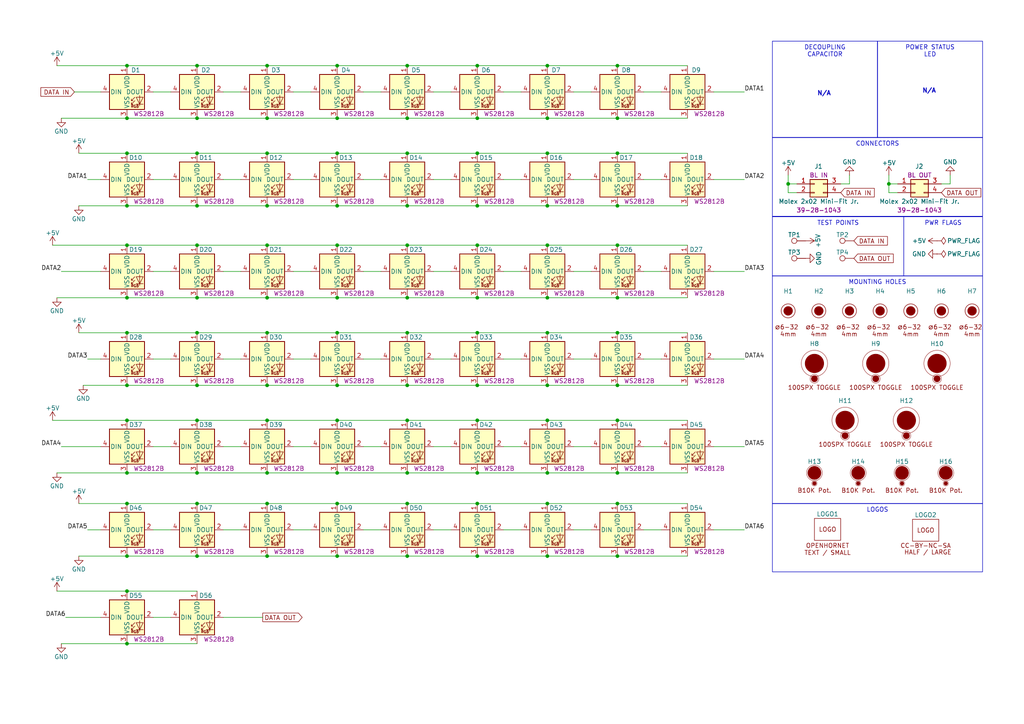
<source format=kicad_sch>
(kicad_sch (version 20230121) (generator eeschema)
  (paper "A4")
  (title_block (title "HUD PANEL") (date "2023-04-14") (rev "4") (company "WWW.OPENHORNET.COM") (comment 1 "CC-BY-NC-SA") (comment 2 "Backlighting - Type A"))
  (junction (at 158.75 86.36))
  (junction (at 77.47 146.05))
  (junction (at 158.75 121.92))
  (junction (at 138.43 86.36))
  (junction (at 179.07 44.45))
  (junction (at 158.75 34.29))
  (junction (at 138.43 121.92))
  (junction (at 179.07 137.16))
  (junction (at 138.43 71.12))
  (junction (at 36.83 161.29))
  (junction (at 138.43 34.29))
  (junction (at 118.11 96.52))
  (junction (at 179.07 59.69))
  (junction (at 118.11 111.76))
  (junction (at 57.15 44.45))
  (junction (at 118.11 44.45))
  (junction (at 36.83 19.05))
  (junction (at 77.47 161.29))
  (junction (at 179.07 19.05))
  (junction (at 36.83 111.76))
  (junction (at 118.11 59.69))
  (junction (at 158.75 44.45))
  (junction (at 57.15 121.92))
  (junction (at 57.15 71.12))
  (junction (at 118.11 34.29))
  (junction (at 158.75 161.29))
  (junction (at 36.83 121.92))
  (junction (at 118.11 86.36))
  (junction (at 97.79 111.76))
  (junction (at 158.75 137.16))
  (junction (at 36.83 96.52))
  (junction (at 118.11 19.05))
  (junction (at 36.83 59.69))
  (junction (at 158.75 19.05))
  (junction (at 97.79 86.36))
  (junction (at 158.75 96.52))
  (junction (at 77.47 71.12))
  (junction (at 77.47 96.52))
  (junction (at 179.07 111.76))
  (junction (at 36.83 171.45))
  (junction (at 77.47 34.29))
  (junction (at 97.79 161.29))
  (junction (at 57.15 96.52))
  (junction (at 138.43 96.52))
  (junction (at 57.15 146.05))
  (junction (at 77.47 111.76))
  (junction (at 57.15 111.76))
  (junction (at 118.11 161.29))
  (junction (at 97.79 71.12))
  (junction (at 138.43 146.05))
  (junction (at 97.79 59.69))
  (junction (at 77.47 137.16))
  (junction (at 36.83 86.36))
  (junction (at 77.47 86.36))
  (junction (at 118.11 137.16))
  (junction (at 138.43 19.05))
  (junction (at 57.15 59.69))
  (junction (at 179.07 71.12))
  (junction (at 77.47 121.92))
  (junction (at 118.11 71.12))
  (junction (at 138.43 137.16))
  (junction (at 57.15 137.16))
  (junction (at 118.11 146.05))
  (junction (at 97.79 121.92))
  (junction (at 36.83 137.16))
  (junction (at 36.83 71.12))
  (junction (at 138.43 44.45))
  (junction (at 57.15 34.29))
  (junction (at 179.07 121.92))
  (junction (at 158.75 146.05))
  (junction (at 77.47 59.69))
  (junction (at 228.6 53.34))
  (junction (at 158.75 71.12))
  (junction (at 179.07 86.36))
  (junction (at 158.75 111.76))
  (junction (at 97.79 146.05))
  (junction (at 57.15 161.29))
  (junction (at 118.11 121.92))
  (junction (at 257.81 53.34))
  (junction (at 77.47 44.45))
  (junction (at 179.07 96.52))
  (junction (at 36.83 186.69))
  (junction (at 36.83 44.45))
  (junction (at 36.83 146.05))
  (junction (at 138.43 111.76))
  (junction (at 138.43 161.29))
  (junction (at 179.07 34.29))
  (junction (at 97.79 34.29))
  (junction (at 97.79 44.45))
  (junction (at 57.15 19.05))
  (junction (at 138.43 59.69))
  (junction (at 179.07 161.29))
  (junction (at 97.79 96.52))
  (junction (at 57.15 86.36))
  (junction (at 97.79 137.16))
  (junction (at 179.07 146.05))
  (junction (at 97.79 19.05))
  (junction (at 77.47 19.05))
  (junction (at 158.75 59.69))
  (junction (at 36.83 34.29))
  (wire (pts (xy 158.75 86.36) (xy 179.07 86.36)))
  (wire (pts (xy 179.07 34.29) (xy 199.39 34.29)))
  (wire (pts (xy 97.79 44.45) (xy 118.11 44.45)))
  (wire (pts (xy 246.38 50.8) (xy 246.38 53.34)))
  (wire (pts (xy 44.45 52.07) (xy 49.53 52.07)))
  (wire (pts (xy 146.05 78.74) (xy 151.13 78.74)))
  (wire (pts (xy 77.47 86.36) (xy 97.79 86.36)))
  (wire (pts (xy 57.15 137.16) (xy 77.47 137.16)))
  (wire (pts (xy 22.86 161.29) (xy 36.83 161.29)))
  (wire (pts (xy 97.79 59.69) (xy 118.11 59.69)))
  (wire (pts (xy 158.75 137.16) (xy 179.07 137.16)))
  (wire (pts (xy 64.77 129.54) (xy 69.85 129.54)))
  (wire (pts (xy 207.01 104.14) (xy 215.9 104.14)))
  (wire (pts (xy 118.11 111.76) (xy 138.43 111.76)))
  (wire (pts (xy 16.51 86.36) (xy 36.83 86.36)))
  (wire (pts (xy 77.47 137.16) (xy 97.79 137.16)))
  (wire (pts (xy 158.75 146.05) (xy 179.07 146.05)))
  (wire (pts (xy 36.83 121.92) (xy 57.15 121.92)))
  (wire (pts (xy 118.11 96.52) (xy 138.43 96.52)))
  (wire (pts (xy 158.75 44.45) (xy 179.07 44.45)))
  (wire (pts (xy 118.11 86.36) (xy 138.43 86.36)))
  (wire (pts (xy 146.05 129.54) (xy 151.13 129.54)))
  (wire (pts (xy 44.45 78.74) (xy 49.53 78.74)))
  (wire (pts (xy 36.83 146.05) (xy 57.15 146.05)))
  (wire (pts (xy 186.69 153.67) (xy 191.77 153.67)))
  (wire (pts (xy 158.75 161.29) (xy 179.07 161.29)))
  (wire (pts (xy 179.07 86.36) (xy 199.39 86.36)))
  (wire (pts (xy 57.15 44.45) (xy 77.47 44.45)))
  (wire (pts (xy 158.75 96.52) (xy 179.07 96.52)))
  (wire (pts (xy 138.43 96.52) (xy 158.75 96.52)))
  (wire (pts (xy 36.83 59.69) (xy 57.15 59.69)))
  (wire (pts (xy 57.15 59.69) (xy 77.47 59.69)))
  (wire (pts (xy 158.75 111.76) (xy 179.07 111.76)))
  (wire (pts (xy 118.11 59.69) (xy 138.43 59.69)))
  (wire (pts (xy 44.45 153.67) (xy 49.53 153.67)))
  (wire (pts (xy 146.05 153.67) (xy 151.13 153.67)))
  (wire (pts (xy 19.05 179.07) (xy 29.21 179.07)))
  (wire (pts (xy 158.75 59.69) (xy 179.07 59.69)))
  (wire (pts (xy 77.47 111.76) (xy 97.79 111.76)))
  (wire (pts (xy 207.01 26.67) (xy 215.9 26.67)))
  (wire (pts (xy 15.24 121.92) (xy 36.83 121.92)))
  (wire (pts (xy 257.81 50.8) (xy 257.81 53.34)))
  (wire (pts (xy 57.15 121.92) (xy 77.47 121.92)))
  (wire (pts (xy 257.81 53.34) (xy 257.81 55.88)))
  (wire (pts (xy 138.43 34.29) (xy 158.75 34.29)))
  (wire (pts (xy 118.11 137.16) (xy 138.43 137.16)))
  (wire (pts (xy 166.37 104.14) (xy 171.45 104.14)))
  (wire (pts (xy 36.83 111.76) (xy 57.15 111.76)))
  (wire (pts (xy 138.43 111.76) (xy 158.75 111.76)))
  (wire (pts (xy 77.47 121.92) (xy 97.79 121.92)))
  (wire (pts (xy 97.79 111.76) (xy 118.11 111.76)))
  (wire (pts (xy 57.15 96.52) (xy 77.47 96.52)))
  (wire (pts (xy 166.37 78.74) (xy 171.45 78.74)))
  (wire (pts (xy 105.41 104.14) (xy 110.49 104.14)))
  (wire (pts (xy 179.07 161.29) (xy 199.39 161.29)))
  (wire (pts (xy 77.47 71.12) (xy 97.79 71.12)))
  (wire (pts (xy 36.83 71.12) (xy 57.15 71.12)))
  (wire (pts (xy 97.79 19.05) (xy 118.11 19.05)))
  (wire (pts (xy 186.69 52.07) (xy 191.77 52.07)))
  (wire (pts (xy 57.15 111.76) (xy 77.47 111.76)))
  (wire (pts (xy 85.09 26.67) (xy 90.17 26.67)))
  (wire (pts (xy 105.41 78.74) (xy 110.49 78.74)))
  (wire (pts (xy 77.47 146.05) (xy 97.79 146.05)))
  (wire (pts (xy 275.59 50.8) (xy 275.59 53.34)))
  (wire (pts (xy 97.79 71.12) (xy 118.11 71.12)))
  (wire (pts (xy 16.51 19.05) (xy 36.83 19.05)))
  (wire (pts (xy 228.6 50.8) (xy 228.6 53.34)))
  (wire (pts (xy 44.45 179.07) (xy 49.53 179.07)))
  (wire (pts (xy 25.4 52.07) (xy 29.21 52.07)))
  (wire (pts (xy 77.47 44.45) (xy 97.79 44.45)))
  (wire (pts (xy 257.81 53.34) (xy 260.35 53.34)))
  (wire (pts (xy 25.4 153.67) (xy 29.21 153.67)))
  (wire (pts (xy 97.79 137.16) (xy 118.11 137.16)))
  (wire (pts (xy 15.24 71.12) (xy 36.83 71.12)))
  (wire (pts (xy 138.43 137.16) (xy 158.75 137.16)))
  (wire (pts (xy 25.4 104.14) (xy 29.21 104.14)))
  (wire (pts (xy 105.41 52.07) (xy 110.49 52.07)))
  (wire (pts (xy 97.79 121.92) (xy 118.11 121.92)))
  (wire (pts (xy 85.09 129.54) (xy 90.17 129.54)))
  (wire (pts (xy 16.51 171.45) (xy 36.83 171.45)))
  (wire (pts (xy 36.83 186.69) (xy 57.15 186.69)))
  (wire (pts (xy 146.05 52.07) (xy 151.13 52.07)))
  (wire (pts (xy 138.43 161.29) (xy 158.75 161.29)))
  (wire (pts (xy 105.41 129.54) (xy 110.49 129.54)))
  (wire (pts (xy 77.47 96.52) (xy 97.79 96.52)))
  (wire (pts (xy 125.73 26.67) (xy 130.81 26.67)))
  (wire (pts (xy 125.73 129.54) (xy 130.81 129.54)))
  (wire (pts (xy 85.09 153.67) (xy 90.17 153.67)))
  (wire (pts (xy 118.11 71.12) (xy 138.43 71.12)))
  (wire (pts (xy 16.51 137.16) (xy 36.83 137.16)))
  (wire (pts (xy 44.45 104.14) (xy 49.53 104.14)))
  (wire (pts (xy 22.86 146.05) (xy 36.83 146.05)))
  (wire (pts (xy 243.84 53.34) (xy 246.38 53.34)))
  (wire (pts (xy 158.75 71.12) (xy 179.07 71.12)))
  (wire (pts (xy 125.73 78.74) (xy 130.81 78.74)))
  (wire (pts (xy 125.73 52.07) (xy 130.81 52.07)))
  (wire (pts (xy 125.73 104.14) (xy 130.81 104.14)))
  (wire (pts (xy 228.6 53.34) (xy 231.14 53.34)))
  (wire (pts (xy 179.07 19.05) (xy 199.39 19.05)))
  (wire (pts (xy 105.41 26.67) (xy 110.49 26.67)))
  (wire (pts (xy 228.6 53.34) (xy 228.6 55.88)))
  (wire (pts (xy 97.79 161.29) (xy 118.11 161.29)))
  (wire (pts (xy 166.37 129.54) (xy 171.45 129.54)))
  (wire (pts (xy 57.15 34.29) (xy 77.47 34.29)))
  (wire (pts (xy 97.79 96.52) (xy 118.11 96.52)))
  (wire (pts (xy 207.01 78.74) (xy 215.9 78.74)))
  (wire (pts (xy 146.05 104.14) (xy 151.13 104.14)))
  (wire (pts (xy 24.13 111.76) (xy 36.83 111.76)))
  (wire (pts (xy 36.83 86.36) (xy 57.15 86.36)))
  (wire (pts (xy 275.59 53.34) (xy 273.05 53.34)))
  (wire (pts (xy 138.43 59.69) (xy 158.75 59.69)))
  (wire (pts (xy 57.15 19.05) (xy 77.47 19.05)))
  (wire (pts (xy 44.45 129.54) (xy 49.53 129.54)))
  (wire (pts (xy 97.79 34.29) (xy 118.11 34.29)))
  (wire (pts (xy 158.75 19.05) (xy 179.07 19.05)))
  (wire (pts (xy 64.77 104.14) (xy 69.85 104.14)))
  (wire (pts (xy 138.43 19.05) (xy 158.75 19.05)))
  (wire (pts (xy 260.35 55.88) (xy 257.81 55.88)))
  (wire (pts (xy 36.83 44.45) (xy 57.15 44.45)))
  (wire (pts (xy 231.14 55.88) (xy 228.6 55.88)))
  (wire (pts (xy 36.83 171.45) (xy 57.15 171.45)))
  (wire (pts (xy 64.77 26.67) (xy 69.85 26.67)))
  (wire (pts (xy 186.69 26.67) (xy 191.77 26.67)))
  (wire (pts (xy 207.01 153.67) (xy 215.9 153.67)))
  (wire (pts (xy 36.83 19.05) (xy 57.15 19.05)))
  (wire (pts (xy 118.11 34.29) (xy 138.43 34.29)))
  (wire (pts (xy 85.09 104.14) (xy 90.17 104.14)))
  (wire (pts (xy 97.79 146.05) (xy 118.11 146.05)))
  (wire (pts (xy 17.78 186.69) (xy 36.83 186.69)))
  (wire (pts (xy 158.75 121.92) (xy 179.07 121.92)))
  (wire (pts (xy 64.77 179.07) (xy 76.2 179.07)))
  (wire (pts (xy 166.37 153.67) (xy 171.45 153.67)))
  (wire (pts (xy 97.79 86.36) (xy 118.11 86.36)))
  (wire (pts (xy 138.43 71.12) (xy 158.75 71.12)))
  (wire (pts (xy 125.73 153.67) (xy 130.81 153.67)))
  (wire (pts (xy 118.11 121.92) (xy 138.43 121.92)))
  (wire (pts (xy 179.07 96.52) (xy 199.39 96.52)))
  (wire (pts (xy 138.43 86.36) (xy 158.75 86.36)))
  (wire (pts (xy 36.83 161.29) (xy 57.15 161.29)))
  (wire (pts (xy 57.15 71.12) (xy 77.47 71.12)))
  (wire (pts (xy 118.11 146.05) (xy 138.43 146.05)))
  (wire (pts (xy 85.09 52.07) (xy 90.17 52.07)))
  (wire (pts (xy 146.05 26.67) (xy 151.13 26.67)))
  (wire (pts (xy 21.59 26.67) (xy 29.21 26.67)))
  (wire (pts (xy 77.47 161.29) (xy 97.79 161.29)))
  (wire (pts (xy 17.78 78.74) (xy 29.21 78.74)))
  (wire (pts (xy 22.86 44.45) (xy 36.83 44.45)))
  (wire (pts (xy 118.11 19.05) (xy 138.43 19.05)))
  (wire (pts (xy 64.77 153.67) (xy 69.85 153.67)))
  (wire (pts (xy 138.43 121.92) (xy 158.75 121.92)))
  (wire (pts (xy 57.15 86.36) (xy 77.47 86.36)))
  (wire (pts (xy 138.43 44.45) (xy 158.75 44.45)))
  (wire (pts (xy 118.11 161.29) (xy 138.43 161.29)))
  (wire (pts (xy 179.07 137.16) (xy 199.39 137.16)))
  (wire (pts (xy 36.83 96.52) (xy 57.15 96.52)))
  (wire (pts (xy 22.86 59.69) (xy 36.83 59.69)))
  (wire (pts (xy 57.15 161.29) (xy 77.47 161.29)))
  (wire (pts (xy 118.11 44.45) (xy 138.43 44.45)))
  (wire (pts (xy 207.01 129.54) (xy 215.9 129.54)))
  (wire (pts (xy 64.77 52.07) (xy 69.85 52.07)))
  (wire (pts (xy 179.07 146.05) (xy 199.39 146.05)))
  (wire (pts (xy 186.69 129.54) (xy 191.77 129.54)))
  (wire (pts (xy 179.07 44.45) (xy 199.39 44.45)))
  (wire (pts (xy 77.47 59.69) (xy 97.79 59.69)))
  (wire (pts (xy 179.07 121.92) (xy 199.39 121.92)))
  (wire (pts (xy 207.01 52.07) (xy 215.9 52.07)))
  (wire (pts (xy 105.41 153.67) (xy 110.49 153.67)))
  (wire (pts (xy 186.69 78.74) (xy 191.77 78.74)))
  (wire (pts (xy 158.75 34.29) (xy 179.07 34.29)))
  (wire (pts (xy 36.83 137.16) (xy 57.15 137.16)))
  (wire (pts (xy 179.07 111.76) (xy 199.39 111.76)))
  (wire (pts (xy 64.77 78.74) (xy 69.85 78.74)))
  (wire (pts (xy 57.15 146.05) (xy 77.47 146.05)))
  (wire (pts (xy 77.47 34.29) (xy 97.79 34.29)))
  (wire (pts (xy 17.78 129.54) (xy 29.21 129.54)))
  (wire (pts (xy 166.37 52.07) (xy 171.45 52.07)))
  (wire (pts (xy 166.37 26.67) (xy 171.45 26.67)))
  (wire (pts (xy 179.07 71.12) (xy 199.39 71.12)))
  (wire (pts (xy 186.69 104.14) (xy 191.77 104.14)))
  (wire (pts (xy 36.83 34.29) (xy 57.15 34.29)))
  (wire (pts (xy 138.43 146.05) (xy 158.75 146.05)))
  (wire (pts (xy 22.86 96.52) (xy 36.83 96.52)))
  (wire (pts (xy 44.45 26.67) (xy 49.53 26.67)))
  (wire (pts (xy 85.09 78.74) (xy 90.17 78.74)))
  (wire (pts (xy 77.47 19.05) (xy 97.79 19.05)))
  (wire (pts (xy 179.07 59.69) (xy 199.39 59.69)))
  (wire (pts (xy 17.78 34.29) (xy 36.83 34.29)))
  (text_box "PWR FLAGS" (at 262.128 62.865 0) (size 22.86 17.145) (effects (font (size 1.27 1.27)) (justify top)))
  (text_box "TEST POINTS" (at 224.028 62.865 0) (size 38.1 17.145) (effects (font (size 1.27 1.27)) (justify top)))
  (text_box "LOGOS" (at 224.028 146.05 0) (size 60.96 19.812) (effects (font (size 1.27 1.27)) (justify top)))
  (text_box "CONNECTORS" (at 224.028 39.878 0) (size 60.96 22.86) (effects (font (size 1.27 1.27)) (justify top)))
  (text_box "MOUNTING HOLES" (at 224.028 80.01 0) (size 60.96 66.04) (effects (font (size 1.27 1.27)) (justify top)))
  (text_box "DECOUPLING\nCAPACITOR" (at 224.028 11.938 0) (size 30.48 27.94) (effects (font (size 1.27 1.27)) (justify top)))
  (text_box "POWER STATUS\nLED" (at 254.508 11.938 0) (size 30.48 27.94) (effects (font (size 1.27 1.27)) (justify top)))
  (text "N/A" (at 236.982 27.94 0) (effects (font (size 1.27 1.27) (thickness 0.254) bold) (justify left bottom)))
  (text "N/A" (at 267.462 27.178 0) (effects (font (size 1.27 1.27) (thickness 0.254) bold) (justify left bottom)))
  (label "DATA6" (at 215.9 153.67 0))
  (label "DATA4" (at 215.9 104.14 0))
  (label "DATA1" (at 25.4 52.07 180))
  (label "DATA4" (at 17.78 129.54 180))
  (label "DATA5" (at 25.4 153.67 180))
  (label "DATA5" (at 215.9 129.54 0))
  (label "DATA3" (at 215.9 78.74 0))
  (label "DATA3" (at 25.4 104.14 180))
  (label "DATA2" (at 17.78 78.74 180))
  (label "DATA6" (at 19.05 179.07 180))
  (label "DATA1" (at 215.9 26.67 0))
  (label "DATA2" (at 215.9 52.07 0))
  (global_label "DATA IN" (shape input) (at 21.59 26.67 180) (property "Intersheetrefs" "${INTERSHEET_REFS}" (effects hide)))
  (global_label "DATA OUT" (shape input) (at 273.05 55.88 0) (property "Intersheetrefs" "${INTERSHEET_REFS}" (effects hide)))
  (global_label "DATA IN" (shape input) (at 247.65 69.85 0) (property "Intersheetrefs" "${INTERSHEET_REFS}" (effects hide)))
  (global_label "DATA OUT" (shape input) (at 247.65 74.93 0) (property "Intersheetrefs" "${INTERSHEET_REFS}" (effects hide)))
  (global_label "DATA IN" (shape input) (at 243.84 55.88 0) (property "Intersheetrefs" "${INTERSHEET_REFS}" (effects hide)))
  (global_label "DATA OUT" (shape output) (at 76.2 179.07 0) (property "Intersheetrefs" "${INTERSHEET_REFS}" (effects hide)))
  (symbol (lib_id "OH_Symbols:WS2812B") (at 36.83 26.67 0) (unit 1)
    (property "Reference" "D1" (at 39.37 20.32 0))
    (property "Value" "RGB" (effects hide))
    (property "Footprint" "OH_Footprints:LED_WS2812B_PLCC4_5.0x5.0mm_P3.2mm" (effects hide))
    (property "Datasheet" "https://datasheet.lcsc.com/lcsc/2006151006_Worldsemi-WS2812B-B-W_C114586.pdf" (effects hide))
    (property "LCSC" "C2761795" (effects hide))
    (property "Manufacturer PN" "WS2812B" (at 43.18 33.02 0))
  )
  (symbol (lib_id "OH_Symbols:WS2812B") (at 57.15 26.67 0) (unit 1)
    (property "Reference" "D2" (at 59.69 20.32 0))
    (property "Value" "RGB" (effects hide))
    (property "Footprint" "OH_Footprints:LED_WS2812B_PLCC4_5.0x5.0mm_P3.2mm" (effects hide))
    (property "Datasheet" "https://datasheet.lcsc.com/lcsc/2006151006_Worldsemi-WS2812B-B-W_C114586.pdf" (effects hide))
    (property "LCSC" "C2761795" (effects hide))
    (property "Manufacturer PN" "WS2812B" (at 63.5 33.02 0))
  )
  (symbol (lib_id "OH_Symbols:WS2812B") (at 77.47 26.67 0) (unit 1)
    (property "Reference" "D3" (at 80.01 20.32 0))
    (property "Value" "RGB" (effects hide))
    (property "Footprint" "OH_Footprints:LED_WS2812B_PLCC4_5.0x5.0mm_P3.2mm" (effects hide))
    (property "Datasheet" "https://datasheet.lcsc.com/lcsc/2006151006_Worldsemi-WS2812B-B-W_C114586.pdf" (effects hide))
    (property "LCSC" "C2761795" (effects hide))
    (property "Manufacturer PN" "WS2812B" (at 83.82 33.02 0))
  )
  (symbol (lib_id "OH_Symbols:WS2812B") (at 97.79 26.67 0) (unit 1)
    (property "Reference" "D4" (at 100.33 20.32 0))
    (property "Value" "RGB" (effects hide))
    (property "Footprint" "OH_Footprints:LED_WS2812B_PLCC4_5.0x5.0mm_P3.2mm" (effects hide))
    (property "Datasheet" "https://datasheet.lcsc.com/lcsc/2006151006_Worldsemi-WS2812B-B-W_C114586.pdf" (effects hide))
    (property "LCSC" "C2761795" (effects hide))
    (property "Manufacturer PN" "WS2812B" (at 104.14 33.02 0))
  )
  (symbol (lib_id "OH_Symbols:WS2812B") (at 118.11 26.67 0) (unit 1)
    (property "Reference" "D5" (at 120.65 20.32 0))
    (property "Value" "RGB" (effects hide))
    (property "Footprint" "OH_Footprints:LED_WS2812B_PLCC4_5.0x5.0mm_P3.2mm" (effects hide))
    (property "Datasheet" "https://datasheet.lcsc.com/lcsc/2006151006_Worldsemi-WS2812B-B-W_C114586.pdf" (effects hide))
    (property "LCSC" "C2761795" (effects hide))
    (property "Manufacturer PN" "WS2812B" (at 124.46 33.02 0))
  )
  (symbol (lib_id "OH_Symbols:WS2812B") (at 138.43 26.67 0) (unit 1)
    (property "Reference" "D6" (at 140.97 20.32 0))
    (property "Value" "RGB" (effects hide))
    (property "Footprint" "OH_Footprints:LED_WS2812B_PLCC4_5.0x5.0mm_P3.2mm" (effects hide))
    (property "Datasheet" "https://datasheet.lcsc.com/lcsc/2006151006_Worldsemi-WS2812B-B-W_C114586.pdf" (effects hide))
    (property "LCSC" "C2761795" (effects hide))
    (property "Manufacturer PN" "WS2812B" (at 144.78 33.02 0))
  )
  (symbol (lib_id "OH_Symbols:WS2812B") (at 158.75 26.67 0) (unit 1)
    (property "Reference" "D7" (at 161.29 20.32 0))
    (property "Value" "RGB" (effects hide))
    (property "Footprint" "OH_Footprints:LED_WS2812B_PLCC4_5.0x5.0mm_P3.2mm" (effects hide))
    (property "Datasheet" "https://datasheet.lcsc.com/lcsc/2006151006_Worldsemi-WS2812B-B-W_C114586.pdf" (effects hide))
    (property "LCSC" "C2761795" (effects hide))
    (property "Manufacturer PN" "WS2812B" (at 165.1 33.02 0))
  )
  (symbol (lib_id "OH_Symbols:WS2812B") (at 179.07 26.67 0) (unit 1)
    (property "Reference" "D8" (at 181.61 20.32 0))
    (property "Value" "RGB" (effects hide))
    (property "Footprint" "OH_Footprints:LED_WS2812B_PLCC4_5.0x5.0mm_P3.2mm" (effects hide))
    (property "Datasheet" "https://datasheet.lcsc.com/lcsc/2006151006_Worldsemi-WS2812B-B-W_C114586.pdf" (effects hide))
    (property "LCSC" "C2761795" (effects hide))
    (property "Manufacturer PN" "WS2812B" (at 185.42 33.02 0))
  )
  (symbol (lib_id "OH_Symbols:WS2812B") (at 199.39 26.67 0) (unit 1)
    (property "Reference" "D9" (at 201.93 20.32 0))
    (property "Value" "RGB" (effects hide))
    (property "Footprint" "OH_Footprints:LED_WS2812B_PLCC4_5.0x5.0mm_P3.2mm" (effects hide))
    (property "Datasheet" "https://datasheet.lcsc.com/lcsc/2006151006_Worldsemi-WS2812B-B-W_C114586.pdf" (effects hide))
    (property "LCSC" "C2761795" (effects hide))
    (property "Manufacturer PN" "WS2812B" (at 205.74 33.02 0))
  )
  (symbol (lib_id "OH_Symbols:WS2812B") (at 36.83 52.07 0) (unit 1)
    (property "Reference" "D10" (at 39.37 45.72 0))
    (property "Value" "RGB" (effects hide))
    (property "Footprint" "OH_Footprints:LED_WS2812B_PLCC4_5.0x5.0mm_P3.2mm" (effects hide))
    (property "Datasheet" "https://datasheet.lcsc.com/lcsc/2006151006_Worldsemi-WS2812B-B-W_C114586.pdf" (effects hide))
    (property "LCSC" "C2761795" (effects hide))
    (property "Manufacturer PN" "WS2812B" (at 43.18 58.42 0))
  )
  (symbol (lib_id "OH_Symbols:WS2812B") (at 57.15 52.07 0) (unit 1)
    (property "Reference" "D11" (at 59.69 45.72 0))
    (property "Value" "RGB" (effects hide))
    (property "Footprint" "OH_Footprints:LED_WS2812B_PLCC4_5.0x5.0mm_P3.2mm" (effects hide))
    (property "Datasheet" "https://datasheet.lcsc.com/lcsc/2006151006_Worldsemi-WS2812B-B-W_C114586.pdf" (effects hide))
    (property "LCSC" "C2761795" (effects hide))
    (property "Manufacturer PN" "WS2812B" (at 63.5 58.42 0))
  )
  (symbol (lib_id "OH_Symbols:WS2812B") (at 77.47 52.07 0) (unit 1)
    (property "Reference" "D12" (at 80.01 45.72 0))
    (property "Value" "RGB" (effects hide))
    (property "Footprint" "OH_Footprints:LED_WS2812B_PLCC4_5.0x5.0mm_P3.2mm" (effects hide))
    (property "Datasheet" "https://datasheet.lcsc.com/lcsc/2006151006_Worldsemi-WS2812B-B-W_C114586.pdf" (effects hide))
    (property "LCSC" "C2761795" (effects hide))
    (property "Manufacturer PN" "WS2812B" (at 83.82 58.42 0))
  )
  (symbol (lib_id "OH_Symbols:WS2812B") (at 97.79 52.07 0) (unit 1)
    (property "Reference" "D13" (at 100.33 45.72 0))
    (property "Value" "RGB" (effects hide))
    (property "Footprint" "OH_Footprints:LED_WS2812B_PLCC4_5.0x5.0mm_P3.2mm" (effects hide))
    (property "Datasheet" "https://datasheet.lcsc.com/lcsc/2006151006_Worldsemi-WS2812B-B-W_C114586.pdf" (effects hide))
    (property "LCSC" "C2761795" (effects hide))
    (property "Manufacturer PN" "WS2812B" (at 104.14 58.42 0))
  )
  (symbol (lib_id "OH_Symbols:WS2812B") (at 118.11 52.07 0) (unit 1)
    (property "Reference" "D14" (at 120.65 45.72 0))
    (property "Value" "RGB" (effects hide))
    (property "Footprint" "OH_Footprints:LED_WS2812B_PLCC4_5.0x5.0mm_P3.2mm" (effects hide))
    (property "Datasheet" "https://datasheet.lcsc.com/lcsc/2006151006_Worldsemi-WS2812B-B-W_C114586.pdf" (effects hide))
    (property "LCSC" "C2761795" (effects hide))
    (property "Manufacturer PN" "WS2812B" (at 124.46 58.42 0))
  )
  (symbol (lib_id "OH_Symbols:WS2812B") (at 138.43 52.07 0) (unit 1)
    (property "Reference" "D15" (at 140.97 45.72 0))
    (property "Value" "RGB" (effects hide))
    (property "Footprint" "OH_Footprints:LED_WS2812B_PLCC4_5.0x5.0mm_P3.2mm" (effects hide))
    (property "Datasheet" "https://datasheet.lcsc.com/lcsc/2006151006_Worldsemi-WS2812B-B-W_C114586.pdf" (effects hide))
    (property "LCSC" "C2761795" (effects hide))
    (property "Manufacturer PN" "WS2812B" (at 144.78 58.42 0))
  )
  (symbol (lib_id "OH_Symbols:WS2812B") (at 158.75 52.07 0) (unit 1)
    (property "Reference" "D16" (at 161.29 45.72 0))
    (property "Value" "RGB" (effects hide))
    (property "Footprint" "OH_Footprints:LED_WS2812B_PLCC4_5.0x5.0mm_P3.2mm" (effects hide))
    (property "Datasheet" "https://datasheet.lcsc.com/lcsc/2006151006_Worldsemi-WS2812B-B-W_C114586.pdf" (effects hide))
    (property "LCSC" "C2761795" (effects hide))
    (property "Manufacturer PN" "WS2812B" (at 165.1 58.42 0))
  )
  (symbol (lib_id "OH_Symbols:WS2812B") (at 179.07 52.07 0) (unit 1)
    (property "Reference" "D17" (at 181.61 45.72 0))
    (property "Value" "RGB" (effects hide))
    (property "Footprint" "OH_Footprints:LED_WS2812B_PLCC4_5.0x5.0mm_P3.2mm" (effects hide))
    (property "Datasheet" "https://datasheet.lcsc.com/lcsc/2006151006_Worldsemi-WS2812B-B-W_C114586.pdf" (effects hide))
    (property "LCSC" "C2761795" (effects hide))
    (property "Manufacturer PN" "WS2812B" (at 185.42 58.42 0))
  )
  (symbol (lib_id "OH_Symbols:WS2812B") (at 199.39 52.07 0) (unit 1)
    (property "Reference" "D18" (at 201.93 45.72 0))
    (property "Value" "RGB" (effects hide))
    (property "Footprint" "OH_Footprints:LED_WS2812B_PLCC4_5.0x5.0mm_P3.2mm" (effects hide))
    (property "Datasheet" "https://datasheet.lcsc.com/lcsc/2006151006_Worldsemi-WS2812B-B-W_C114586.pdf" (effects hide))
    (property "LCSC" "C2761795" (effects hide))
    (property "Manufacturer PN" "WS2812B" (at 205.74 58.42 0))
  )
  (symbol (lib_id "OH_Symbols:WS2812B") (at 36.83 78.74 0) (unit 1)
    (property "Reference" "D19" (at 39.37 72.39 0))
    (property "Value" "RGB" (effects hide))
    (property "Footprint" "OH_Footprints:LED_WS2812B_PLCC4_5.0x5.0mm_P3.2mm" (effects hide))
    (property "Datasheet" "https://datasheet.lcsc.com/lcsc/2006151006_Worldsemi-WS2812B-B-W_C114586.pdf" (effects hide))
    (property "LCSC" "C2761795" (effects hide))
    (property "Manufacturer PN" "WS2812B" (at 43.18 85.09 0))
  )
  (symbol (lib_id "OH_Symbols:WS2812B") (at 57.15 78.74 0) (unit 1)
    (property "Reference" "D20" (at 59.69 72.39 0))
    (property "Value" "RGB" (effects hide))
    (property "Footprint" "OH_Footprints:LED_WS2812B_PLCC4_5.0x5.0mm_P3.2mm" (effects hide))
    (property "Datasheet" "https://datasheet.lcsc.com/lcsc/2006151006_Worldsemi-WS2812B-B-W_C114586.pdf" (effects hide))
    (property "LCSC" "C2761795" (effects hide))
    (property "Manufacturer PN" "WS2812B" (at 63.5 85.09 0))
  )
  (symbol (lib_id "OH_Symbols:WS2812B") (at 77.47 78.74 0) (unit 1)
    (property "Reference" "D21" (at 80.01 72.39 0))
    (property "Value" "RGB" (effects hide))
    (property "Footprint" "OH_Footprints:LED_WS2812B_PLCC4_5.0x5.0mm_P3.2mm" (effects hide))
    (property "Datasheet" "https://datasheet.lcsc.com/lcsc/2006151006_Worldsemi-WS2812B-B-W_C114586.pdf" (effects hide))
    (property "LCSC" "C2761795" (effects hide))
    (property "Manufacturer PN" "WS2812B" (at 83.82 85.09 0))
  )
  (symbol (lib_id "OH_Symbols:WS2812B") (at 97.79 78.74 0) (unit 1)
    (property "Reference" "D22" (at 100.33 72.39 0))
    (property "Value" "RGB" (effects hide))
    (property "Footprint" "OH_Footprints:LED_WS2812B_PLCC4_5.0x5.0mm_P3.2mm" (effects hide))
    (property "Datasheet" "https://datasheet.lcsc.com/lcsc/2006151006_Worldsemi-WS2812B-B-W_C114586.pdf" (effects hide))
    (property "LCSC" "C2761795" (effects hide))
    (property "Manufacturer PN" "WS2812B" (at 104.14 85.09 0))
  )
  (symbol (lib_id "OH_Symbols:WS2812B") (at 138.43 78.74 0) (unit 1)
    (property "Reference" "D24" (at 140.97 72.39 0))
    (property "Value" "RGB" (effects hide))
    (property "Footprint" "OH_Footprints:LED_WS2812B_PLCC4_5.0x5.0mm_P3.2mm" (effects hide))
    (property "Datasheet" "https://datasheet.lcsc.com/lcsc/2006151006_Worldsemi-WS2812B-B-W_C114586.pdf" (effects hide))
    (property "LCSC" "C2761795" (effects hide))
    (property "Manufacturer PN" "WS2812B" (at 144.78 85.09 0))
  )
  (symbol (lib_id "OH_Symbols:WS2812B") (at 158.75 78.74 0) (unit 1)
    (property "Reference" "D25" (at 161.29 72.39 0))
    (property "Value" "RGB" (effects hide))
    (property "Footprint" "OH_Footprints:LED_WS2812B_PLCC4_5.0x5.0mm_P3.2mm" (effects hide))
    (property "Datasheet" "https://datasheet.lcsc.com/lcsc/2006151006_Worldsemi-WS2812B-B-W_C114586.pdf" (effects hide))
    (property "LCSC" "C2761795" (effects hide))
    (property "Manufacturer PN" "WS2812B" (at 165.1 85.09 0))
  )
  (symbol (lib_id "OH_Symbols:WS2812B") (at 179.07 78.74 0) (unit 1)
    (property "Reference" "D26" (at 181.61 72.39 0))
    (property "Value" "RGB" (effects hide))
    (property "Footprint" "OH_Footprints:LED_WS2812B_PLCC4_5.0x5.0mm_P3.2mm" (effects hide))
    (property "Datasheet" "https://datasheet.lcsc.com/lcsc/2006151006_Worldsemi-WS2812B-B-W_C114586.pdf" (effects hide))
    (property "LCSC" "C2761795" (effects hide))
    (property "Manufacturer PN" "WS2812B" (at 185.42 85.09 0))
  )
  (symbol (lib_id "OH_Symbols:WS2812B") (at 199.39 78.74 0) (unit 1)
    (property "Reference" "D27" (at 201.93 72.39 0))
    (property "Value" "RGB" (effects hide))
    (property "Footprint" "OH_Footprints:LED_WS2812B_PLCC4_5.0x5.0mm_P3.2mm" (effects hide))
    (property "Datasheet" "https://datasheet.lcsc.com/lcsc/2006151006_Worldsemi-WS2812B-B-W_C114586.pdf" (effects hide))
    (property "LCSC" "C2761795" (effects hide))
    (property "Manufacturer PN" "WS2812B" (at 205.74 85.09 0))
  )
  (symbol (lib_id "OH_Symbols:WS2812B") (at 36.83 104.14 0) (unit 1)
    (property "Reference" "D28" (at 39.37 97.79 0))
    (property "Value" "RGB" (effects hide))
    (property "Footprint" "OH_Footprints:LED_WS2812B_PLCC4_5.0x5.0mm_P3.2mm" (effects hide))
    (property "Datasheet" "https://datasheet.lcsc.com/lcsc/2006151006_Worldsemi-WS2812B-B-W_C114586.pdf" (effects hide))
    (property "LCSC" "C2761795" (effects hide))
    (property "Manufacturer PN" "WS2812B" (at 43.18 110.49 0))
  )
  (symbol (lib_id "OH_Symbols:WS2812B") (at 118.11 78.74 0) (unit 1)
    (property "Reference" "D23" (at 120.65 72.39 0))
    (property "Value" "RGB" (effects hide))
    (property "Footprint" "OH_Footprints:LED_WS2812B_PLCC4_5.0x5.0mm_P3.2mm" (effects hide))
    (property "Datasheet" "https://datasheet.lcsc.com/lcsc/2006151006_Worldsemi-WS2812B-B-W_C114586.pdf" (effects hide))
    (property "LCSC" "C2761795" (effects hide))
    (property "Manufacturer PN" "WS2812B" (at 124.46 85.09 0))
  )
  (symbol (lib_id "OH_Symbols:WS2812B") (at 57.15 104.14 0) (unit 1)
    (property "Reference" "D29" (at 59.69 97.79 0))
    (property "Value" "RGB" (effects hide))
    (property "Footprint" "OH_Footprints:LED_WS2812B_PLCC4_5.0x5.0mm_P3.2mm" (effects hide))
    (property "Datasheet" "https://datasheet.lcsc.com/lcsc/2006151006_Worldsemi-WS2812B-B-W_C114586.pdf" (effects hide))
    (property "LCSC" "C2761795" (effects hide))
    (property "Manufacturer PN" "WS2812B" (at 63.5 110.49 0))
  )
  (symbol (lib_id "OH_Symbols:WS2812B") (at 77.47 104.14 0) (unit 1)
    (property "Reference" "D30" (at 80.01 97.79 0))
    (property "Value" "RGB" (effects hide))
    (property "Footprint" "OH_Footprints:LED_WS2812B_PLCC4_5.0x5.0mm_P3.2mm" (effects hide))
    (property "Datasheet" "https://datasheet.lcsc.com/lcsc/2006151006_Worldsemi-WS2812B-B-W_C114586.pdf" (effects hide))
    (property "LCSC" "C2761795" (effects hide))
    (property "Manufacturer PN" "WS2812B" (at 83.82 110.49 0))
  )
  (symbol (lib_id "OH_Symbols:WS2812B") (at 97.79 104.14 0) (unit 1)
    (property "Reference" "D31" (at 100.33 97.79 0))
    (property "Value" "RGB" (effects hide))
    (property "Footprint" "OH_Footprints:LED_WS2812B_PLCC4_5.0x5.0mm_P3.2mm" (effects hide))
    (property "Datasheet" "https://datasheet.lcsc.com/lcsc/2006151006_Worldsemi-WS2812B-B-W_C114586.pdf" (effects hide))
    (property "LCSC" "C2761795" (effects hide))
    (property "Manufacturer PN" "WS2812B" (at 104.14 110.49 0))
  )
  (symbol (lib_id "OH_Symbols:WS2812B") (at 138.43 104.14 0) (unit 1)
    (property "Reference" "D33" (at 140.97 97.79 0))
    (property "Value" "RGB" (effects hide))
    (property "Footprint" "OH_Footprints:LED_WS2812B_PLCC4_5.0x5.0mm_P3.2mm" (effects hide))
    (property "Datasheet" "https://datasheet.lcsc.com/lcsc/2006151006_Worldsemi-WS2812B-B-W_C114586.pdf" (effects hide))
    (property "LCSC" "C2761795" (effects hide))
    (property "Manufacturer PN" "WS2812B" (at 144.78 110.49 0))
  )
  (symbol (lib_id "OH_Symbols:WS2812B") (at 118.11 104.14 0) (unit 1)
    (property "Reference" "D32" (at 120.65 97.79 0))
    (property "Value" "RGB" (effects hide))
    (property "Footprint" "OH_Footprints:LED_WS2812B_PLCC4_5.0x5.0mm_P3.2mm" (effects hide))
    (property "Datasheet" "https://datasheet.lcsc.com/lcsc/2006151006_Worldsemi-WS2812B-B-W_C114586.pdf" (effects hide))
    (property "LCSC" "C2761795" (effects hide))
    (property "Manufacturer PN" "WS2812B" (at 124.46 110.49 0))
  )
  (symbol (lib_id "OH_Symbols:WS2812B") (at 179.07 104.14 0) (unit 1)
    (property "Reference" "D35" (at 181.61 97.79 0))
    (property "Value" "RGB" (effects hide))
    (property "Footprint" "OH_Footprints:LED_WS2812B_PLCC4_5.0x5.0mm_P3.2mm" (effects hide))
    (property "Datasheet" "https://datasheet.lcsc.com/lcsc/2006151006_Worldsemi-WS2812B-B-W_C114586.pdf" (effects hide))
    (property "LCSC" "C2761795" (effects hide))
    (property "Manufacturer PN" "WS2812B" (at 185.42 110.49 0))
  )
  (symbol (lib_id "OH_Symbols:WS2812B") (at 158.75 104.14 0) (unit 1)
    (property "Reference" "D34" (at 161.29 97.79 0))
    (property "Value" "RGB" (effects hide))
    (property "Footprint" "OH_Footprints:LED_WS2812B_PLCC4_5.0x5.0mm_P3.2mm" (effects hide))
    (property "Datasheet" "https://datasheet.lcsc.com/lcsc/2006151006_Worldsemi-WS2812B-B-W_C114586.pdf" (effects hide))
    (property "LCSC" "C2761795" (effects hide))
    (property "Manufacturer PN" "WS2812B" (at 165.1 110.49 0))
  )
  (symbol (lib_id "OH_Symbols:WS2812B") (at 199.39 104.14 0) (unit 1)
    (property "Reference" "D36" (at 201.93 97.79 0))
    (property "Value" "RGB" (effects hide))
    (property "Footprint" "OH_Footprints:LED_WS2812B_PLCC4_5.0x5.0mm_P3.2mm" (effects hide))
    (property "Datasheet" "https://datasheet.lcsc.com/lcsc/2006151006_Worldsemi-WS2812B-B-W_C114586.pdf" (effects hide))
    (property "LCSC" "C2761795" (effects hide))
    (property "Manufacturer PN" "WS2812B" (at 205.74 110.49 0))
  )
  (symbol (lib_id "OH_Symbols:WS2812B") (at 36.83 129.54 0) (unit 1)
    (property "Reference" "D37" (at 39.37 123.19 0))
    (property "Value" "RGB" (effects hide))
    (property "Footprint" "OH_Footprints:LED_WS2812B_PLCC4_5.0x5.0mm_P3.2mm" (effects hide))
    (property "Datasheet" "https://datasheet.lcsc.com/lcsc/2006151006_Worldsemi-WS2812B-B-W_C114586.pdf" (effects hide))
    (property "LCSC" "C2761795" (effects hide))
    (property "Manufacturer PN" "WS2812B" (at 43.18 135.89 0))
  )
  (symbol (lib_id "OH_Symbols:WS2812B") (at 57.15 129.54 0) (unit 1)
    (property "Reference" "D38" (at 59.69 123.19 0))
    (property "Value" "RGB" (effects hide))
    (property "Footprint" "OH_Footprints:LED_WS2812B_PLCC4_5.0x5.0mm_P3.2mm" (effects hide))
    (property "Datasheet" "https://datasheet.lcsc.com/lcsc/2006151006_Worldsemi-WS2812B-B-W_C114586.pdf" (effects hide))
    (property "LCSC" "C2761795" (effects hide))
    (property "Manufacturer PN" "WS2812B" (at 63.5 135.89 0))
  )
  (symbol (lib_id "OH_Symbols:WS2812B") (at 77.47 129.54 0) (unit 1)
    (property "Reference" "D39" (at 80.01 123.19 0))
    (property "Value" "RGB" (effects hide))
    (property "Footprint" "OH_Footprints:LED_WS2812B_PLCC4_5.0x5.0mm_P3.2mm" (effects hide))
    (property "Datasheet" "https://datasheet.lcsc.com/lcsc/2006151006_Worldsemi-WS2812B-B-W_C114586.pdf" (effects hide))
    (property "LCSC" "C2761795" (effects hide))
    (property "Manufacturer PN" "WS2812B" (at 83.82 135.89 0))
  )
  (symbol (lib_id "OH_Symbols:WS2812B") (at 97.79 129.54 0) (unit 1)
    (property "Reference" "D40" (at 100.33 123.19 0))
    (property "Value" "RGB" (effects hide))
    (property "Footprint" "OH_Footprints:LED_WS2812B_PLCC4_5.0x5.0mm_P3.2mm" (effects hide))
    (property "Datasheet" "https://datasheet.lcsc.com/lcsc/2006151006_Worldsemi-WS2812B-B-W_C114586.pdf" (effects hide))
    (property "LCSC" "C2761795" (effects hide))
    (property "Manufacturer PN" "WS2812B" (at 104.14 135.89 0))
  )
  (symbol (lib_id "OH_Symbols:WS2812B") (at 118.11 129.54 0) (unit 1)
    (property "Reference" "D41" (at 120.65 123.19 0))
    (property "Value" "RGB" (effects hide))
    (property "Footprint" "OH_Footprints:LED_WS2812B_PLCC4_5.0x5.0mm_P3.2mm" (effects hide))
    (property "Datasheet" "https://datasheet.lcsc.com/lcsc/2006151006_Worldsemi-WS2812B-B-W_C114586.pdf" (effects hide))
    (property "LCSC" "C2761795" (effects hide))
    (property "Manufacturer PN" "WS2812B" (at 124.46 135.89 0))
  )
  (symbol (lib_id "OH_Symbols:WS2812B") (at 138.43 129.54 0) (unit 1)
    (property "Reference" "D42" (at 140.97 123.19 0))
    (property "Value" "RGB" (effects hide))
    (property "Footprint" "OH_Footprints:LED_WS2812B_PLCC4_5.0x5.0mm_P3.2mm" (effects hide))
    (property "Datasheet" "https://datasheet.lcsc.com/lcsc/2006151006_Worldsemi-WS2812B-B-W_C114586.pdf" (effects hide))
    (property "LCSC" "C2761795" (effects hide))
    (property "Manufacturer PN" "WS2812B" (at 144.78 135.89 0))
  )
  (symbol (lib_id "OH_Symbols:WS2812B") (at 158.75 129.54 0) (unit 1)
    (property "Reference" "D43" (at 161.29 123.19 0))
    (property "Value" "RGB" (effects hide))
    (property "Footprint" "OH_Footprints:LED_WS2812B_PLCC4_5.0x5.0mm_P3.2mm" (effects hide))
    (property "Datasheet" "https://datasheet.lcsc.com/lcsc/2006151006_Worldsemi-WS2812B-B-W_C114586.pdf" (effects hide))
    (property "LCSC" "C2761795" (effects hide))
    (property "Manufacturer PN" "WS2812B" (at 165.1 135.89 0))
  )
  (symbol (lib_id "OH_Symbols:WS2812B") (at 179.07 129.54 0) (unit 1)
    (property "Reference" "D44" (at 181.61 123.19 0))
    (property "Value" "RGB" (effects hide))
    (property "Footprint" "OH_Footprints:LED_WS2812B_PLCC4_5.0x5.0mm_P3.2mm" (effects hide))
    (property "Datasheet" "https://datasheet.lcsc.com/lcsc/2006151006_Worldsemi-WS2812B-B-W_C114586.pdf" (effects hide))
    (property "LCSC" "C2761795" (effects hide))
    (property "Manufacturer PN" "WS2812B" (at 185.42 135.89 0))
  )
  (symbol (lib_id "OH_Symbols:WS2812B") (at 199.39 129.54 0) (unit 1)
    (property "Reference" "D45" (at 201.93 123.19 0))
    (property "Value" "RGB" (effects hide))
    (property "Footprint" "OH_Footprints:LED_WS2812B_PLCC4_5.0x5.0mm_P3.2mm" (effects hide))
    (property "Datasheet" "https://datasheet.lcsc.com/lcsc/2006151006_Worldsemi-WS2812B-B-W_C114586.pdf" (effects hide))
    (property "LCSC" "C2761795" (effects hide))
    (property "Manufacturer PN" "WS2812B" (at 205.74 135.89 0))
  )
  (symbol (lib_id "OH_Symbols:WS2812B") (at 36.83 153.67 0) (unit 1)
    (property "Reference" "D46" (at 39.37 147.32 0))
    (property "Value" "RGB" (effects hide))
    (property "Footprint" "OH_Footprints:LED_WS2812B_PLCC4_5.0x5.0mm_P3.2mm" (effects hide))
    (property "Datasheet" "https://datasheet.lcsc.com/lcsc/2006151006_Worldsemi-WS2812B-B-W_C114586.pdf" (effects hide))
    (property "LCSC" "C2761795" (effects hide))
    (property "Manufacturer PN" "WS2812B" (at 43.18 160.02 0))
  )
  (symbol (lib_id "OH_Symbols:WS2812B") (at 57.15 153.67 0) (unit 1)
    (property "Reference" "D47" (at 59.69 147.32 0))
    (property "Value" "RGB" (effects hide))
    (property "Footprint" "OH_Footprints:LED_WS2812B_PLCC4_5.0x5.0mm_P3.2mm" (effects hide))
    (property "Datasheet" "https://datasheet.lcsc.com/lcsc/2006151006_Worldsemi-WS2812B-B-W_C114586.pdf" (effects hide))
    (property "LCSC" "C2761795" (effects hide))
    (property "Manufacturer PN" "WS2812B" (at 63.5 160.02 0))
  )
  (symbol (lib_id "OH_Symbols:WS2812B") (at 77.47 153.67 0) (unit 1)
    (property "Reference" "D48" (at 80.01 147.32 0))
    (property "Value" "RGB" (effects hide))
    (property "Footprint" "OH_Footprints:LED_WS2812B_PLCC4_5.0x5.0mm_P3.2mm" (effects hide))
    (property "Datasheet" "https://datasheet.lcsc.com/lcsc/2006151006_Worldsemi-WS2812B-B-W_C114586.pdf" (effects hide))
    (property "LCSC" "C2761795" (effects hide))
    (property "Manufacturer PN" "WS2812B" (at 83.82 160.02 0))
  )
  (symbol (lib_id "OH_Symbols:WS2812B") (at 97.79 153.67 0) (unit 1)
    (property "Reference" "D49" (at 100.33 147.32 0))
    (property "Value" "RGB" (effects hide))
    (property "Footprint" "OH_Footprints:LED_WS2812B_PLCC4_5.0x5.0mm_P3.2mm" (effects hide))
    (property "Datasheet" "https://datasheet.lcsc.com/lcsc/2006151006_Worldsemi-WS2812B-B-W_C114586.pdf" (effects hide))
    (property "LCSC" "C2761795" (effects hide))
    (property "Manufacturer PN" "WS2812B" (at 104.14 160.02 0))
  )
  (symbol (lib_id "OH_Symbols:WS2812B") (at 118.11 153.67 0) (unit 1)
    (property "Reference" "D50" (at 120.65 147.32 0))
    (property "Value" "RGB" (effects hide))
    (property "Footprint" "OH_Footprints:LED_WS2812B_PLCC4_5.0x5.0mm_P3.2mm" (effects hide))
    (property "Datasheet" "https://datasheet.lcsc.com/lcsc/2006151006_Worldsemi-WS2812B-B-W_C114586.pdf" (effects hide))
    (property "LCSC" "C2761795" (effects hide))
    (property "Manufacturer PN" "WS2812B" (at 124.46 160.02 0))
  )
  (symbol (lib_id "OH_Symbols:WS2812B") (at 138.43 153.67 0) (unit 1)
    (property "Reference" "D51" (at 140.97 147.32 0))
    (property "Value" "RGB" (effects hide))
    (property "Footprint" "OH_Footprints:LED_WS2812B_PLCC4_5.0x5.0mm_P3.2mm" (effects hide))
    (property "Datasheet" "https://datasheet.lcsc.com/lcsc/2006151006_Worldsemi-WS2812B-B-W_C114586.pdf" (effects hide))
    (property "LCSC" "C2761795" (effects hide))
    (property "Manufacturer PN" "WS2812B" (at 144.78 160.02 0))
  )
  (symbol (lib_id "OH_Symbols:WS2812B") (at 158.75 153.67 0) (unit 1)
    (property "Reference" "D52" (at 161.29 147.32 0))
    (property "Value" "RGB" (effects hide))
    (property "Footprint" "OH_Footprints:LED_WS2812B_PLCC4_5.0x5.0mm_P3.2mm" (effects hide))
    (property "Datasheet" "https://datasheet.lcsc.com/lcsc/2006151006_Worldsemi-WS2812B-B-W_C114586.pdf" (effects hide))
    (property "LCSC" "C2761795" (effects hide))
    (property "Manufacturer PN" "WS2812B" (at 165.1 160.02 0))
  )
  (symbol (lib_id "OH_Symbols:WS2812B") (at 179.07 153.67 0) (unit 1)
    (property "Reference" "D53" (at 181.61 147.32 0))
    (property "Value" "RGB" (effects hide))
    (property "Footprint" "OH_Footprints:LED_WS2812B_PLCC4_5.0x5.0mm_P3.2mm" (effects hide))
    (property "Datasheet" "https://datasheet.lcsc.com/lcsc/2006151006_Worldsemi-WS2812B-B-W_C114586.pdf" (effects hide))
    (property "LCSC" "C2761795" (effects hide))
    (property "Manufacturer PN" "WS2812B" (at 185.42 160.02 0))
  )
  (symbol (lib_id "OH_Symbols:WS2812B") (at 199.39 153.67 0) (unit 1)
    (property "Reference" "D54" (at 201.93 147.32 0))
    (property "Value" "RGB" (effects hide))
    (property "Footprint" "OH_Footprints:LED_WS2812B_PLCC4_5.0x5.0mm_P3.2mm" (effects hide))
    (property "Datasheet" "https://datasheet.lcsc.com/lcsc/2006151006_Worldsemi-WS2812B-B-W_C114586.pdf" (effects hide))
    (property "LCSC" "C2761795" (effects hide))
    (property "Manufacturer PN" "WS2812B" (at 205.74 160.02 0))
  )
  (symbol (lib_id "OH_Symbols:WS2812B") (at 36.83 179.07 0) (unit 1)
    (property "Reference" "D55" (at 39.37 172.72 0))
    (property "Value" "RGB" (effects hide))
    (property "Footprint" "OH_Footprints:LED_WS2812B_PLCC4_5.0x5.0mm_P3.2mm" (effects hide))
    (property "Datasheet" "https://datasheet.lcsc.com/lcsc/2006151006_Worldsemi-WS2812B-B-W_C114586.pdf" (effects hide))
    (property "LCSC" "C2761795" (effects hide))
    (property "Manufacturer PN" "WS2812B" (at 43.18 185.42 0))
  )
  (symbol (lib_id "OH_Symbols:WS2812B") (at 57.15 179.07 0) (unit 1)
    (property "Reference" "D56" (at 59.69 172.72 0))
    (property "Value" "RGB" (effects hide))
    (property "Footprint" "OH_Footprints:LED_WS2812B_PLCC4_5.0x5.0mm_P3.2mm" (effects hide))
    (property "Datasheet" "https://datasheet.lcsc.com/lcsc/2006151006_Worldsemi-WS2812B-B-W_C114586.pdf" (effects hide))
    (property "LCSC" "C2761795" (effects hide))
    (property "Manufacturer PN" "WS2812B" (at 63.5 185.42 0))
  )
  (symbol (lib_id "OH_Symbols:LOGO_OpenHornet_Text_Small") (at 240.03 161.798 0) (unit 1) (in_bom no)
    (property "Reference" "LOGO1" (at 240.03 149.098 0))
    (property "Value" "LOGO" (effects hide))
    (property "Footprint" "OH_Footprints:LOGO_OH_Text_Small" (effects hide))
    (property "Datasheet" "https://www.openhornet.com" (effects hide))
  )
  (symbol (lib_id "OH_Symbols:LOGO_License_Half_Large") (at 268.478 162.052 0) (unit 1)
    (property "Reference" "LOGO2" (at 268.478 149.352 0))
    (property "Value" "LOGO" (effects hide))
    (property "Footprint" "OH_Footprints:LOGO_CC-BY-NC-SA_Half_Large" (effects hide))
    (property "Datasheet" "https://creativecommons.org/licenses/by-nc-sa/4.0/" (effects hide))
  )
  (symbol (lib_id "power:+5V") (at 16.51 171.45 0) (unit 1)
    (property "Reference" "#PWR021" (effects hide))
    (property "Value" "+5V" (at 16.51 167.894 0))
  )
  (symbol (lib_id "OH_Symbols:TestPoint") (at 247.65 69.85 90) (unit 1)
    (property "Reference" "TP2" (at 244.348 68.1261 90))
    (property "Value" "TestPoint" (effects hide))
    (property "Footprint" "OH_Footprints:TestPoint_THTPad_D1.5mm_Drill0.7mm" (effects hide))
  )
  (symbol (lib_id "power:+5V") (at 22.86 146.05 0) (unit 1)
    (property "Reference" "#PWR019" (effects hide))
    (property "Value" "+5V" (at 22.86 142.494 0))
  )
  (symbol (lib_id "power:GND") (at 22.86 59.69 0) (unit 1)
    (property "Reference" "#PWR04" (effects hide))
    (property "Value" "GND" (at 22.86 63.5 0))
  )
  (symbol (lib_id "power:+5V") (at 228.6 50.8 0) (unit 1)
    (property "Reference" "#PWR05" (effects hide))
    (property "Value" "+5V" (at 228.6 47.244 0))
  )
  (symbol (lib_id "power:+5V") (at 233.68 69.85 270) (unit 1)
    (property "Reference" "#PWR09" (effects hide))
    (property "Value" "+5V" (at 237.236 69.85 0))
  )
  (symbol (lib_id "OH_Symbols:MountingHole_6x32_PHS") (at 237.49 90.17 0) (unit 1)
    (property "Reference" "H2" (at 237.49 84.455 0))
    (property "Value" "6x32 / 4mm" (effects hide))
    (property "Footprint" "OH_Footprints:MountingHole_6-32_PHS" (effects hide))
  )
  (symbol (lib_id "OH_Symbols:TestPoint") (at 233.68 74.93 90) (unit 1)
    (property "Reference" "TP3" (at 230.378 73.2061 90))
    (property "Value" "TestPoint" (effects hide))
    (property "Footprint" "OH_Footprints:TestPoint_THTPad_D1.5mm_Drill0.7mm" (effects hide))
  )
  (symbol (lib_id "power:GND") (at 24.13 111.76 0) (unit 1)
    (property "Reference" "#PWR016" (effects hide))
    (property "Value" "GND" (at 24.13 115.57 0))
  )
  (symbol (lib_id "power:+5V") (at 257.81 50.8 0) (unit 1)
    (property "Reference" "#PWR07" (effects hide))
    (property "Value" "+5V" (at 257.81 47.244 0))
  )
  (symbol (lib_id "OH_Symbols:MountingHole_6x32_PHS") (at 228.6 90.17 0) (unit 1)
    (property "Reference" "H1" (at 228.6 84.455 0))
    (property "Value" "6x32 / 4mm" (effects hide))
    (property "Footprint" "OH_Footprints:MountingHole_6-32_PHS" (effects hide))
  )
  (symbol (lib_id "power:+5V") (at 271.78 69.85 90) (unit 1)
    (property "Reference" "#PWR010" (effects hide))
    (property "Value" "+5V" (at 266.573 69.85 90))
  )
  (symbol (lib_id "power:+5V") (at 15.24 121.92 0) (unit 1)
    (property "Reference" "#PWR017" (effects hide))
    (property "Value" "+5V" (at 15.24 118.364 0))
  )
  (symbol (lib_id "OH_Symbols:Molex_2x02_Mini-Fit_Jr.") (at 236.22 53.34 0) (unit 1)
    (property "Reference" "J1" (at 236.22 48.26 0) (effects (justify left)))
    (property "Value" "Molex 2x02 Mini-Fit Jr." (at 237.49 58.42 0))
    (property "Footprint" "OH_Footprints:Molex_Mini-Fit_Jr_5566-04A_2x02_P4.20mm_Vertical" (effects hide))
    (property "Datasheet" "https://www.molex.com/molex/search/partSearch?query=39281043&pQuery=" (effects hide))
    (property "LCSC" "C293502" (effects hide))
    (property "Manufacturer PN" "39-28-1043" (at 237.49 60.96 0))
    (property "Silkscreen" "BL IN" (at 237.49 50.8 0))
  )
  (symbol (lib_id "power:PWR_FLAG") (at 271.78 73.66 270) (unit 1)
    (property "Reference" "#FLG02" (effects hide))
    (property "Value" "PWR_FLAG" (at 279.527 73.66 90))
  )
  (symbol (lib_id "OH_Symbols:MountingHole_B10K_Potentiometer") (at 261.62 137.16 0) (unit 1)
    (property "Reference" "H15" (at 261.62 133.858 0))
    (property "Value" "11mm" (effects hide))
    (property "Footprint" "OH_Footprints:BR10K_Pot_11mm_x_11mm" (effects hide))
  )
  (symbol (lib_id "OH_Symbols:MountingHole_100SPX_Toggle") (at 236.22 105.41 0) (unit 1)
    (property "Reference" "H8" (at 236.22 99.695 0))
    (property "Value" "12.7mm" (effects hide))
    (property "Footprint" "OH_Footprints:100SPX_Toggle_13mm_x_18mm" (effects hide))
  )
  (symbol (lib_id "OH_Symbols:TestPoint") (at 233.68 69.85 90) (unit 1)
    (property "Reference" "TP1" (at 230.378 68.1261 90))
    (property "Value" "TestPoint" (effects hide))
    (property "Footprint" "OH_Footprints:TestPoint_THTPad_D1.5mm_Drill0.7mm" (effects hide))
  )
  (symbol (lib_id "OH_Symbols:MountingHole_100SPX_Toggle") (at 271.78 105.41 0) (unit 1)
    (property "Reference" "H10" (at 271.78 99.695 0))
    (property "Value" "12.7mm" (effects hide))
    (property "Footprint" "OH_Footprints:100SPX_Toggle_13mm_x_18mm" (effects hide))
  )
  (symbol (lib_id "power:+5V") (at 22.86 44.45 0) (unit 1)
    (property "Reference" "#PWR03" (effects hide))
    (property "Value" "+5V" (at 22.86 40.894 0))
  )
  (symbol (lib_id "power:GND") (at 275.59 50.8 180) (unit 1)
    (property "Reference" "#PWR08" (effects hide))
    (property "Value" "GND" (at 275.59 46.99 0))
  )
  (symbol (lib_id "OH_Symbols:Molex_2x02_Mini-Fit_Jr.") (at 265.43 53.34 0) (unit 1)
    (property "Reference" "J2" (at 265.43 48.26 0) (effects (justify left)))
    (property "Value" "Molex 2x02 Mini-Fit Jr." (at 266.7 58.42 0))
    (property "Footprint" "OH_Footprints:Molex_Mini-Fit_Jr_5566-04A_2x02_P4.20mm_Vertical" (effects hide))
    (property "Datasheet" "https://www.molex.com/molex/search/partSearch?query=39281043&pQuery=" (effects hide))
    (property "LCSC" "C293502" (effects hide))
    (property "Manufacturer PN" "39-28-1043" (at 266.7 60.96 0))
    (property "Silkscreen" "BL OUT" (at 266.7 50.8 0))
  )
  (symbol (lib_id "power:GND") (at 16.51 137.16 0) (unit 1)
    (property "Reference" "#PWR018" (effects hide))
    (property "Value" "GND" (at 16.51 140.97 0))
  )
  (symbol (lib_id "power:GND") (at 16.51 86.36 0) (unit 1)
    (property "Reference" "#PWR014" (effects hide))
    (property "Value" "GND" (at 16.51 90.17 0))
  )
  (symbol (lib_id "power:+5V") (at 16.51 19.05 0) (unit 1)
    (property "Reference" "#PWR01" (effects hide))
    (property "Value" "+5V" (at 16.51 15.494 0))
  )
  (symbol (lib_id "OH_Symbols:MountingHole_100SPX_Toggle") (at 245.11 121.92 0) (unit 1)
    (property "Reference" "H11" (at 245.11 116.205 0))
    (property "Value" "12.7mm" (effects hide))
    (property "Footprint" "OH_Footprints:100SPX_Toggle_13mm_x_18mm" (effects hide))
  )
  (symbol (lib_id "power:GND") (at 271.78 73.66 270) (unit 1)
    (property "Reference" "#PWR011" (effects hide))
    (property "Value" "GND" (at 266.573 73.66 90))
  )
  (symbol (lib_id "power:GND") (at 246.38 50.8 180) (unit 1)
    (property "Reference" "#PWR06" (effects hide))
    (property "Value" "GND" (at 246.38 46.99 0))
  )
  (symbol (lib_id "OH_Symbols:MountingHole_6x32_PHS") (at 281.94 90.17 0) (unit 1)
    (property "Reference" "H7" (at 281.94 84.455 0))
    (property "Value" "6x32 / 4mm" (effects hide))
    (property "Footprint" "OH_Footprints:MountingHole_6-32_PHS" (effects hide))
  )
  (symbol (lib_id "power:+5V") (at 22.86 96.52 0) (unit 1)
    (property "Reference" "#PWR015" (effects hide))
    (property "Value" "+5V" (at 22.86 92.964 0))
  )
  (symbol (lib_id "OH_Symbols:TestPoint") (at 247.65 74.93 90) (unit 1)
    (property "Reference" "TP4" (at 244.348 73.2061 90))
    (property "Value" "TestPoint" (effects hide))
    (property "Footprint" "OH_Footprints:TestPoint_THTPad_D1.5mm_Drill0.7mm" (effects hide))
  )
  (symbol (lib_id "OH_Symbols:MountingHole_B10K_Potentiometer") (at 248.92 137.16 0) (unit 1)
    (property "Reference" "H14" (at 248.92 133.858 0))
    (property "Value" "11mm" (effects hide))
    (property "Footprint" "OH_Footprints:BR10K_Pot_11mm_x_11mm" (effects hide))
  )
  (symbol (lib_id "power:PWR_FLAG") (at 271.78 69.85 270) (unit 1)
    (property "Reference" "#FLG01" (effects hide))
    (property "Value" "PWR_FLAG" (at 279.527 69.85 90))
  )
  (symbol (lib_id "power:+5V") (at 15.24 71.12 0) (unit 1)
    (property "Reference" "#PWR013" (effects hide))
    (property "Value" "+5V" (at 15.24 67.564 0))
  )
  (symbol (lib_id "OH_Symbols:MountingHole_6x32_PHS") (at 264.16 90.17 0) (unit 1)
    (property "Reference" "H5" (at 264.16 84.455 0))
    (property "Value" "6x32 / 4mm" (effects hide))
    (property "Footprint" "OH_Footprints:MountingHole_6-32_PHS" (effects hide))
  )
  (symbol (lib_id "OH_Symbols:MountingHole_100SPX_Toggle") (at 262.89 121.92 0) (unit 1)
    (property "Reference" "H12" (at 262.89 116.205 0))
    (property "Value" "12.7mm" (effects hide))
    (property "Footprint" "OH_Footprints:100SPX_Toggle_13mm_x_18mm" (effects hide))
  )
  (symbol (lib_id "power:GND") (at 17.78 34.29 0) (unit 1)
    (property "Reference" "#PWR02" (effects hide))
    (property "Value" "GND" (at 17.78 38.1 0))
  )
  (symbol (lib_id "power:GND") (at 22.86 161.29 0) (unit 1)
    (property "Reference" "#PWR020" (effects hide))
    (property "Value" "GND" (at 22.86 165.1 0))
  )
  (symbol (lib_id "OH_Symbols:MountingHole_6x32_PHS") (at 273.05 90.17 0) (unit 1)
    (property "Reference" "H6" (at 273.05 84.455 0))
    (property "Value" "6x32 / 4mm" (effects hide))
    (property "Footprint" "OH_Footprints:MountingHole_6-32_PHS" (effects hide))
  )
  (symbol (lib_id "OH_Symbols:MountingHole_100SPX_Toggle") (at 254 105.41 0) (unit 1)
    (property "Reference" "H9" (at 254 99.695 0))
    (property "Value" "12.7mm" (effects hide))
    (property "Footprint" "OH_Footprints:100SPX_Toggle_13mm_x_18mm" (effects hide))
  )
  (symbol (lib_id "OH_Symbols:MountingHole_6x32_PHS") (at 246.38 90.17 0) (unit 1)
    (property "Reference" "H3" (at 246.38 84.455 0))
    (property "Value" "6x32 / 4mm" (effects hide))
    (property "Footprint" "OH_Footprints:MountingHole_6-32_PHS" (effects hide))
  )
  (symbol (lib_id "OH_Symbols:MountingHole_6x32_PHS") (at 255.27 90.17 0) (unit 1)
    (property "Reference" "H4" (at 255.27 84.455 0))
    (property "Value" "6x32 / 4mm" (effects hide))
    (property "Footprint" "OH_Footprints:MountingHole_6-32_PHS" (effects hide))
  )
  (symbol (lib_id "power:GND") (at 233.68 74.93 90) (unit 1)
    (property "Reference" "#PWR012" (effects hide))
    (property "Value" "GND" (at 237.49 74.93 0))
  )
  (symbol (lib_id "power:GND") (at 17.78 186.69 0) (unit 1)
    (property "Reference" "#PWR022" (effects hide))
    (property "Value" "GND" (at 17.78 190.5 0))
  )
  (symbol (lib_id "OH_Symbols:MountingHole_B10K_Potentiometer") (at 236.22 137.16 0) (unit 1)
    (property "Reference" "H13" (at 236.22 133.858 0))
    (property "Value" "11mm" (effects hide))
    (property "Footprint" "OH_Footprints:BR10K_Pot_11mm_x_11mm" (effects hide))
  )
  (symbol (lib_id "OH_Symbols:MountingHole_B10K_Potentiometer") (at 274.32 137.16 0) (unit 1)
    (property "Reference" "H16" (at 274.32 133.858 0))
    (property "Value" "11mm" (effects hide))
    (property "Footprint" "OH_Footprints:BR10K_Pot_11mm_x_11mm" (effects hide))
  )
)
</source>
